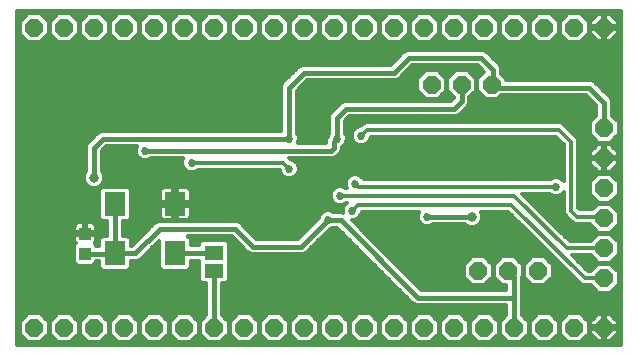
<source format=gbl>
G75*
G70*
%OFA0B0*%
%FSLAX24Y24*%
%IPPOS*%
%LPD*%
%AMOC8*
5,1,8,0,0,1.08239X$1,22.5*
%
%ADD10OC8,0.0600*%
%ADD11R,0.0709X0.0787*%
%ADD12R,0.0630X0.0460*%
%ADD13R,0.0394X0.0433*%
%ADD14C,0.0120*%
%ADD15C,0.0270*%
%ADD16C,0.0160*%
%ADD17C,0.0320*%
D10*
X003671Y001161D03*
X004671Y001161D03*
X005671Y001161D03*
X006671Y001161D03*
X007671Y001161D03*
X008671Y001161D03*
X009671Y001161D03*
X010671Y001161D03*
X011671Y001161D03*
X012671Y001161D03*
X013671Y001161D03*
X014671Y001161D03*
X015671Y001161D03*
X016671Y001161D03*
X017671Y001161D03*
X018671Y001161D03*
X019671Y001161D03*
X020671Y001161D03*
X021671Y001161D03*
X022671Y001161D03*
X022671Y002811D03*
X022671Y003811D03*
X022671Y004811D03*
X022671Y005811D03*
X022671Y006811D03*
X022671Y007811D03*
X018921Y009261D03*
X017921Y009261D03*
X016921Y009261D03*
X016671Y011161D03*
X015671Y011161D03*
X014671Y011161D03*
X013671Y011161D03*
X012671Y011161D03*
X011671Y011161D03*
X010671Y011161D03*
X009671Y011161D03*
X008671Y011161D03*
X007671Y011161D03*
X006671Y011161D03*
X005671Y011161D03*
X004671Y011161D03*
X003671Y011161D03*
X017671Y011161D03*
X018671Y011161D03*
X019671Y011161D03*
X020671Y011161D03*
X021671Y011161D03*
X022671Y011161D03*
X020471Y003061D03*
X019471Y003061D03*
X018471Y003061D03*
D11*
X008371Y003634D03*
X006371Y003634D03*
X006371Y005288D03*
X008371Y005288D03*
D12*
X009671Y003661D03*
X009671Y003061D03*
D13*
X005371Y003627D03*
X005371Y004296D03*
D14*
X003101Y000591D02*
X003101Y011731D01*
X023241Y011731D01*
X023241Y000591D01*
X003101Y000591D01*
X003101Y000635D02*
X023241Y000635D01*
X023241Y000754D02*
X022914Y000754D01*
X022861Y000701D02*
X023131Y000971D01*
X023131Y001121D01*
X022711Y001121D01*
X022711Y000701D01*
X022861Y000701D01*
X022711Y000754D02*
X022631Y000754D01*
X022631Y000701D02*
X022631Y001121D01*
X022711Y001121D01*
X022711Y001201D01*
X023131Y001201D01*
X023131Y001352D01*
X022861Y001621D01*
X022711Y001621D01*
X022711Y001201D01*
X022631Y001201D01*
X022631Y001121D01*
X022211Y001121D01*
X022211Y000971D01*
X022480Y000701D01*
X022631Y000701D01*
X022631Y000873D02*
X022711Y000873D01*
X022711Y000991D02*
X022631Y000991D01*
X022631Y001110D02*
X022711Y001110D01*
X022711Y001228D02*
X022631Y001228D01*
X022631Y001201D02*
X022631Y001621D01*
X022480Y001621D01*
X022211Y001352D01*
X022211Y001201D01*
X022631Y001201D01*
X022631Y001347D02*
X022711Y001347D01*
X022711Y001465D02*
X022631Y001465D01*
X022631Y001584D02*
X022711Y001584D01*
X022899Y001584D02*
X023241Y001584D01*
X023241Y001702D02*
X019931Y001702D01*
X019931Y001584D02*
X020415Y001584D01*
X020472Y001641D02*
X020191Y001360D01*
X020191Y000962D01*
X020472Y000681D01*
X020870Y000681D01*
X021151Y000962D01*
X021151Y001360D01*
X020870Y001641D01*
X020472Y001641D01*
X020296Y001465D02*
X020046Y001465D01*
X020151Y001360D02*
X019931Y001580D01*
X019931Y002110D01*
X019931Y002213D01*
X019931Y002810D01*
X019931Y002842D01*
X019951Y002862D01*
X019951Y003260D01*
X019670Y003541D01*
X019272Y003541D01*
X018991Y003260D01*
X018991Y002862D01*
X019272Y002581D01*
X019411Y002581D01*
X019411Y002421D01*
X016579Y002421D01*
X014253Y004746D01*
X014334Y004746D01*
X014449Y004794D01*
X014538Y004883D01*
X014586Y004999D01*
X014586Y005021D01*
X016496Y005021D01*
X016456Y004924D01*
X016456Y004799D01*
X016504Y004683D01*
X016592Y004594D01*
X016708Y004546D01*
X016834Y004546D01*
X016949Y004594D01*
X016956Y004601D01*
X018050Y004601D01*
X018078Y004573D01*
X018203Y004521D01*
X018339Y004521D01*
X018463Y004573D01*
X018559Y004669D01*
X018611Y004794D01*
X018611Y004929D01*
X018573Y005021D01*
X019471Y005021D01*
X021885Y002608D01*
X021973Y002571D01*
X022069Y002571D01*
X022232Y002571D01*
X022472Y002331D01*
X022870Y002331D01*
X023151Y002612D01*
X023151Y003010D01*
X022870Y003291D01*
X022472Y003291D01*
X022232Y003051D01*
X022120Y003051D01*
X021600Y003571D01*
X022232Y003571D01*
X022472Y003331D01*
X022870Y003331D01*
X023151Y003612D01*
X023151Y004010D01*
X022870Y004291D01*
X022472Y004291D01*
X022232Y004051D01*
X021520Y004051D01*
X019950Y005621D01*
X020865Y005621D01*
X020892Y005594D01*
X021008Y005546D01*
X021134Y005546D01*
X021249Y005594D01*
X021331Y005676D01*
X021331Y005109D01*
X021331Y005014D01*
X021367Y004925D01*
X021567Y004725D01*
X021635Y004658D01*
X021723Y004621D01*
X022191Y004621D01*
X022191Y004612D01*
X022472Y004331D01*
X022870Y004331D01*
X023151Y004612D01*
X023151Y005010D01*
X022870Y005291D01*
X022472Y005291D01*
X022282Y005101D01*
X021870Y005101D01*
X021811Y005161D01*
X021811Y007409D01*
X021774Y007497D01*
X021707Y007565D01*
X021307Y007965D01*
X021219Y008001D01*
X021123Y008001D01*
X014819Y008001D01*
X014723Y008001D01*
X014635Y007965D01*
X014546Y007876D01*
X014508Y007876D01*
X014392Y007828D01*
X014304Y007740D01*
X014256Y007624D01*
X014256Y007499D01*
X014304Y007383D01*
X014392Y007294D01*
X014508Y007246D01*
X014634Y007246D01*
X014749Y007294D01*
X014838Y007383D01*
X014886Y007499D01*
X014886Y007521D01*
X021071Y007521D01*
X021331Y007262D01*
X021331Y006047D01*
X021249Y006128D01*
X021134Y006176D01*
X021008Y006176D01*
X020892Y006128D01*
X020865Y006101D01*
X014654Y006101D01*
X014638Y006140D01*
X014549Y006228D01*
X014434Y006276D01*
X014308Y006276D01*
X014192Y006228D01*
X014104Y006140D01*
X014056Y006024D01*
X014056Y005899D01*
X014096Y005801D01*
X014076Y005801D01*
X014049Y005828D01*
X013934Y005876D01*
X013808Y005876D01*
X013692Y005828D01*
X013604Y005740D01*
X013556Y005624D01*
X013556Y005499D01*
X013604Y005383D01*
X013692Y005294D01*
X013808Y005246D01*
X013934Y005246D01*
X014049Y005294D01*
X014076Y005321D01*
X014085Y005321D01*
X014004Y005240D01*
X013956Y005124D01*
X013956Y004999D01*
X013938Y005006D01*
X013834Y005006D01*
X013671Y005006D01*
X013649Y005028D01*
X013534Y005076D01*
X013408Y005076D01*
X013292Y005028D01*
X013204Y004940D01*
X013156Y004824D01*
X013156Y004814D01*
X012463Y004121D01*
X011079Y004121D01*
X010518Y004682D01*
X010423Y004721D01*
X010319Y004721D01*
X007819Y004721D01*
X007724Y004682D01*
X007650Y004609D01*
X006936Y003894D01*
X006905Y003894D01*
X006905Y004103D01*
X006800Y004208D01*
X006631Y004208D01*
X006631Y004714D01*
X006800Y004714D01*
X006905Y004820D01*
X006905Y005756D01*
X006800Y005862D01*
X005942Y005862D01*
X005837Y005756D01*
X005837Y004820D01*
X005942Y004714D01*
X006111Y004714D01*
X006111Y004208D01*
X005942Y004208D01*
X005837Y004103D01*
X005837Y003887D01*
X005748Y003887D01*
X005748Y003918D01*
X005690Y003975D01*
X005696Y003981D01*
X005717Y004018D01*
X005728Y004058D01*
X005728Y004257D01*
X005410Y004257D01*
X005410Y004334D01*
X005728Y004334D01*
X005728Y004534D01*
X005717Y004574D01*
X005696Y004611D01*
X005666Y004640D01*
X005629Y004661D01*
X005589Y004672D01*
X005409Y004672D01*
X005409Y004335D01*
X005332Y004335D01*
X005332Y004672D01*
X005153Y004672D01*
X005112Y004661D01*
X005076Y004640D01*
X005046Y004611D01*
X005025Y004574D01*
X005014Y004534D01*
X005014Y004334D01*
X005332Y004334D01*
X005332Y004257D01*
X005014Y004257D01*
X005014Y004058D01*
X005025Y004018D01*
X005046Y003981D01*
X005052Y003975D01*
X004994Y003918D01*
X004994Y003336D01*
X005099Y003230D01*
X005642Y003230D01*
X005748Y003336D01*
X005748Y003367D01*
X005837Y003367D01*
X005837Y003166D01*
X005942Y003061D01*
X006800Y003061D01*
X006905Y003166D01*
X006905Y003374D01*
X006992Y003374D01*
X007096Y003374D01*
X007191Y003414D01*
X007837Y004059D01*
X007837Y003166D01*
X007942Y003061D01*
X008800Y003061D01*
X008905Y003166D01*
X008905Y003385D01*
X009176Y003391D01*
X009176Y003366D01*
X009176Y002757D01*
X009281Y002651D01*
X009411Y002651D01*
X009411Y001580D01*
X009191Y001360D01*
X009191Y000962D01*
X009472Y000681D01*
X009870Y000681D01*
X010151Y000962D01*
X010151Y001360D01*
X009931Y001580D01*
X009931Y002651D01*
X015614Y002651D01*
X015495Y002769D02*
X010166Y002769D01*
X010166Y002757D02*
X010166Y003366D01*
X010166Y003966D01*
X010060Y004071D01*
X009281Y004071D01*
X009176Y003966D01*
X009176Y003911D01*
X008905Y003906D01*
X008905Y004103D01*
X008807Y004201D01*
X010263Y004201D01*
X010750Y003714D01*
X010824Y003641D01*
X010919Y003601D01*
X012519Y003601D01*
X012623Y003601D01*
X012718Y003641D01*
X013524Y004446D01*
X013534Y004446D01*
X013630Y004486D01*
X013778Y004486D01*
X016250Y002014D01*
X016324Y001941D01*
X016419Y001901D01*
X019411Y001901D01*
X019411Y001580D01*
X019191Y001360D01*
X019191Y000962D01*
X019472Y000681D01*
X019870Y000681D01*
X020151Y000962D01*
X020151Y001360D01*
X020151Y001347D02*
X020191Y001347D01*
X020191Y001228D02*
X020151Y001228D01*
X020151Y001110D02*
X020191Y001110D01*
X020191Y000991D02*
X020151Y000991D01*
X020061Y000873D02*
X020281Y000873D01*
X020399Y000754D02*
X019942Y000754D01*
X019399Y000754D02*
X018942Y000754D01*
X018870Y000681D02*
X019151Y000962D01*
X019151Y001360D01*
X018870Y001641D01*
X018472Y001641D01*
X018191Y001360D01*
X018191Y000962D01*
X018472Y000681D01*
X018870Y000681D01*
X019061Y000873D02*
X019281Y000873D01*
X019191Y000991D02*
X019151Y000991D01*
X019151Y001110D02*
X019191Y001110D01*
X019191Y001228D02*
X019151Y001228D01*
X019151Y001347D02*
X019191Y001347D01*
X019296Y001465D02*
X019046Y001465D01*
X018927Y001584D02*
X019411Y001584D01*
X019411Y001702D02*
X009931Y001702D01*
X009931Y001584D02*
X010415Y001584D01*
X010472Y001641D02*
X010191Y001360D01*
X010191Y000962D01*
X010472Y000681D01*
X010870Y000681D01*
X011151Y000962D01*
X011151Y001360D01*
X010870Y001641D01*
X010472Y001641D01*
X010296Y001465D02*
X010046Y001465D01*
X010151Y001347D02*
X010191Y001347D01*
X010191Y001228D02*
X010151Y001228D01*
X010151Y001110D02*
X010191Y001110D01*
X010191Y000991D02*
X010151Y000991D01*
X010061Y000873D02*
X010281Y000873D01*
X010399Y000754D02*
X009942Y000754D01*
X009399Y000754D02*
X008942Y000754D01*
X008870Y000681D02*
X009151Y000962D01*
X009151Y001360D01*
X008870Y001641D01*
X008472Y001641D01*
X008191Y001360D01*
X008191Y000962D01*
X008472Y000681D01*
X008870Y000681D01*
X009061Y000873D02*
X009281Y000873D01*
X009191Y000991D02*
X009151Y000991D01*
X009151Y001110D02*
X009191Y001110D01*
X009191Y001228D02*
X009151Y001228D01*
X009151Y001347D02*
X009191Y001347D01*
X009296Y001465D02*
X009046Y001465D01*
X008927Y001584D02*
X009411Y001584D01*
X009411Y001702D02*
X003101Y001702D01*
X003101Y001584D02*
X003415Y001584D01*
X003472Y001641D02*
X003191Y001360D01*
X003191Y000962D01*
X003472Y000681D01*
X003870Y000681D01*
X004151Y000962D01*
X004151Y001360D01*
X003870Y001641D01*
X003472Y001641D01*
X003296Y001465D02*
X003101Y001465D01*
X003101Y001347D02*
X003191Y001347D01*
X003191Y001228D02*
X003101Y001228D01*
X003101Y001110D02*
X003191Y001110D01*
X003191Y000991D02*
X003101Y000991D01*
X003101Y000873D02*
X003281Y000873D01*
X003399Y000754D02*
X003101Y000754D01*
X003942Y000754D02*
X004399Y000754D01*
X004472Y000681D02*
X004191Y000962D01*
X004191Y001360D01*
X004472Y001641D01*
X004870Y001641D01*
X005151Y001360D01*
X005151Y000962D01*
X004870Y000681D01*
X004472Y000681D01*
X004281Y000873D02*
X004061Y000873D01*
X004151Y000991D02*
X004191Y000991D01*
X004191Y001110D02*
X004151Y001110D01*
X004151Y001228D02*
X004191Y001228D01*
X004191Y001347D02*
X004151Y001347D01*
X004046Y001465D02*
X004296Y001465D01*
X004415Y001584D02*
X003927Y001584D01*
X003101Y001821D02*
X009411Y001821D01*
X009411Y001939D02*
X003101Y001939D01*
X003101Y002058D02*
X009411Y002058D01*
X009411Y002176D02*
X003101Y002176D01*
X003101Y002295D02*
X009411Y002295D01*
X009411Y002414D02*
X003101Y002414D01*
X003101Y002532D02*
X009411Y002532D01*
X009411Y002651D02*
X003101Y002651D01*
X003101Y002769D02*
X009176Y002769D01*
X009176Y002888D02*
X003101Y002888D01*
X003101Y003006D02*
X009176Y003006D01*
X009176Y003125D02*
X008864Y003125D01*
X008905Y003243D02*
X009176Y003243D01*
X009176Y003362D02*
X008905Y003362D01*
X008905Y003955D02*
X009176Y003955D01*
X008905Y004073D02*
X010391Y004073D01*
X010273Y004192D02*
X008816Y004192D01*
X008746Y004734D02*
X008431Y004734D01*
X008431Y005228D01*
X008431Y005348D01*
X008885Y005348D01*
X008885Y005703D01*
X008874Y005743D01*
X008853Y005780D01*
X008823Y005810D01*
X008787Y005831D01*
X008746Y005842D01*
X008431Y005842D01*
X008431Y005348D01*
X008311Y005348D01*
X008311Y005842D01*
X007995Y005842D01*
X007955Y005831D01*
X007918Y005810D01*
X007889Y005780D01*
X007867Y005743D01*
X007857Y005703D01*
X007857Y005348D01*
X008311Y005348D01*
X008311Y005228D01*
X008431Y005228D01*
X008885Y005228D01*
X008885Y004873D01*
X008874Y004833D01*
X008853Y004796D01*
X008823Y004766D01*
X008787Y004745D01*
X008746Y004734D01*
X008842Y004784D02*
X013126Y004784D01*
X013189Y004903D02*
X008885Y004903D01*
X008885Y005022D02*
X013286Y005022D01*
X013656Y005022D02*
X013956Y005022D01*
X013963Y005140D02*
X008885Y005140D01*
X008885Y005377D02*
X013609Y005377D01*
X013557Y005496D02*
X008885Y005496D01*
X008885Y005614D02*
X013556Y005614D01*
X013601Y005733D02*
X008877Y005733D01*
X008431Y005733D02*
X008311Y005733D01*
X008311Y005614D02*
X008431Y005614D01*
X008431Y005496D02*
X008311Y005496D01*
X008311Y005377D02*
X008431Y005377D01*
X008431Y005259D02*
X013778Y005259D01*
X013963Y005259D02*
X014023Y005259D01*
X014271Y005061D02*
X014471Y005261D01*
X019571Y005261D01*
X022021Y002811D01*
X022671Y002811D01*
X023036Y003125D02*
X023241Y003125D01*
X023241Y003243D02*
X022917Y003243D01*
X022900Y003362D02*
X023241Y003362D01*
X023241Y003480D02*
X023019Y003480D01*
X023137Y003599D02*
X023241Y003599D01*
X023241Y003718D02*
X023151Y003718D01*
X023151Y003836D02*
X023241Y003836D01*
X023241Y003955D02*
X023151Y003955D01*
X023088Y004073D02*
X023241Y004073D01*
X023241Y004192D02*
X022969Y004192D01*
X023241Y004310D02*
X021261Y004310D01*
X021380Y004192D02*
X022373Y004192D01*
X022254Y004073D02*
X021498Y004073D01*
X021421Y003811D02*
X019671Y005561D01*
X013871Y005561D01*
X013994Y005851D02*
X014075Y005851D01*
X014056Y005970D02*
X005960Y005970D01*
X005959Y005969D02*
X006011Y006094D01*
X006011Y006229D01*
X005959Y006354D01*
X005931Y006382D01*
X005931Y007054D01*
X006079Y007201D01*
X007088Y007201D01*
X007056Y007124D01*
X007056Y006999D01*
X007104Y006883D01*
X007192Y006794D01*
X007308Y006746D01*
X007434Y006746D01*
X007549Y006794D01*
X007556Y006801D01*
X008638Y006801D01*
X008606Y006724D01*
X008606Y006599D01*
X008654Y006483D01*
X008742Y006394D01*
X008858Y006346D01*
X008984Y006346D01*
X009099Y006394D01*
X009126Y006421D01*
X011856Y006421D01*
X011856Y006399D01*
X011904Y006283D01*
X011992Y006194D01*
X012108Y006146D01*
X012234Y006146D01*
X012349Y006194D01*
X012438Y006283D01*
X012486Y006399D01*
X012486Y006524D01*
X012438Y006640D01*
X012349Y006728D01*
X012234Y006776D01*
X012195Y006776D01*
X012170Y006801D01*
X013519Y006801D01*
X013623Y006801D01*
X013718Y006841D01*
X013818Y006941D01*
X013891Y007014D01*
X013931Y007110D01*
X013931Y007187D01*
X013949Y007194D01*
X014038Y007283D01*
X014086Y007399D01*
X014086Y007524D01*
X014038Y007640D01*
X014031Y007647D01*
X014031Y008054D01*
X014179Y008201D01*
X017723Y008201D01*
X017818Y008241D01*
X017891Y008314D01*
X018141Y008564D01*
X018181Y008660D01*
X018181Y008763D01*
X018181Y008842D01*
X018401Y009062D01*
X018401Y009460D01*
X018120Y009741D01*
X017722Y009741D01*
X017441Y009460D01*
X017441Y009062D01*
X017661Y008842D01*
X017661Y008819D01*
X017563Y008721D01*
X014123Y008721D01*
X014019Y008721D01*
X013924Y008682D01*
X013624Y008382D01*
X013550Y008309D01*
X013511Y008213D01*
X013511Y007647D01*
X013504Y007640D01*
X013456Y007524D01*
X013456Y007514D01*
X013450Y007509D01*
X013411Y007413D01*
X013411Y007321D01*
X012454Y007321D01*
X012486Y007399D01*
X012486Y007524D01*
X012438Y007640D01*
X012431Y007647D01*
X012431Y009054D01*
X012779Y009401D01*
X015619Y009401D01*
X015723Y009401D01*
X015818Y009441D01*
X016279Y009901D01*
X018463Y009901D01*
X018673Y009692D01*
X018441Y009460D01*
X018441Y009062D01*
X018722Y008781D01*
X019120Y008781D01*
X019240Y008901D01*
X022063Y008901D01*
X022411Y008554D01*
X022411Y008230D01*
X022191Y008010D01*
X022191Y007612D01*
X022472Y007331D01*
X022870Y007331D01*
X023151Y007612D01*
X023151Y008010D01*
X022931Y008230D01*
X022931Y008610D01*
X022931Y008713D01*
X022891Y008809D01*
X022391Y009309D01*
X022318Y009382D01*
X022223Y009421D01*
X019401Y009421D01*
X019401Y009460D01*
X019231Y009630D01*
X019231Y009813D01*
X019191Y009909D01*
X019118Y009982D01*
X018718Y010382D01*
X018623Y010421D01*
X018519Y010421D01*
X016119Y010421D01*
X016024Y010382D01*
X015950Y010309D01*
X015563Y009921D01*
X012619Y009921D01*
X012524Y009882D01*
X003101Y009882D01*
X003101Y010000D02*
X015642Y010000D01*
X015761Y010119D02*
X003101Y010119D01*
X003101Y010237D02*
X015879Y010237D01*
X015998Y010356D02*
X003101Y010356D01*
X003101Y010475D02*
X023241Y010475D01*
X023241Y010593D02*
X003101Y010593D01*
X003101Y010712D02*
X003442Y010712D01*
X003472Y010681D02*
X003870Y010681D01*
X004151Y010962D01*
X004151Y011360D01*
X003870Y011641D01*
X003472Y011641D01*
X003191Y011360D01*
X003191Y010962D01*
X003472Y010681D01*
X003323Y010830D02*
X003101Y010830D01*
X003101Y010949D02*
X003205Y010949D01*
X003191Y011067D02*
X003101Y011067D01*
X003101Y011186D02*
X003191Y011186D01*
X003191Y011304D02*
X003101Y011304D01*
X003101Y011423D02*
X003254Y011423D01*
X003372Y011541D02*
X003101Y011541D01*
X003101Y011660D02*
X023241Y011660D01*
X023241Y011541D02*
X022941Y011541D01*
X022861Y011621D02*
X022711Y011621D01*
X022711Y011201D01*
X023131Y011201D01*
X023131Y011352D01*
X022861Y011621D01*
X022711Y011541D02*
X022631Y011541D01*
X022631Y011621D02*
X022480Y011621D01*
X022211Y011352D01*
X022211Y011201D01*
X022631Y011201D01*
X022631Y011121D01*
X022711Y011121D01*
X022711Y010701D01*
X022861Y010701D01*
X023131Y010971D01*
X023131Y011121D01*
X022711Y011121D01*
X022711Y011201D01*
X022631Y011201D01*
X022631Y011621D01*
X022401Y011541D02*
X021969Y011541D01*
X021870Y011641D02*
X021472Y011641D01*
X021191Y011360D01*
X021191Y010962D01*
X021472Y010681D01*
X021870Y010681D01*
X022151Y010962D01*
X022151Y011360D01*
X021870Y011641D01*
X022088Y011423D02*
X022282Y011423D01*
X022211Y011304D02*
X022151Y011304D01*
X022151Y011186D02*
X022631Y011186D01*
X022631Y011121D02*
X022211Y011121D01*
X022211Y010971D01*
X022480Y010701D01*
X022631Y010701D01*
X022631Y011121D01*
X022631Y011067D02*
X022711Y011067D01*
X022711Y010949D02*
X022631Y010949D01*
X022631Y010830D02*
X022711Y010830D01*
X022711Y010712D02*
X022631Y010712D01*
X022470Y010712D02*
X021900Y010712D01*
X022019Y010830D02*
X022351Y010830D01*
X022233Y010949D02*
X022137Y010949D01*
X022151Y011067D02*
X022211Y011067D01*
X022631Y011304D02*
X022711Y011304D01*
X022711Y011186D02*
X023241Y011186D01*
X023241Y011304D02*
X023131Y011304D01*
X023060Y011423D02*
X023241Y011423D01*
X023241Y011067D02*
X023131Y011067D01*
X023109Y010949D02*
X023241Y010949D01*
X023241Y010830D02*
X022990Y010830D01*
X022872Y010712D02*
X023241Y010712D01*
X023241Y010356D02*
X018744Y010356D01*
X018862Y010237D02*
X023241Y010237D01*
X023241Y010119D02*
X018981Y010119D01*
X019099Y010000D02*
X023241Y010000D01*
X023241Y009882D02*
X019202Y009882D01*
X019231Y009763D02*
X023241Y009763D01*
X023241Y009645D02*
X019231Y009645D01*
X019335Y009526D02*
X023241Y009526D01*
X023241Y009408D02*
X022255Y009408D01*
X022411Y009289D02*
X023241Y009289D01*
X023241Y009171D02*
X022529Y009171D01*
X022648Y009052D02*
X023241Y009052D01*
X023241Y008933D02*
X022766Y008933D01*
X022885Y008815D02*
X023241Y008815D01*
X023241Y008696D02*
X022931Y008696D01*
X022931Y008578D02*
X023241Y008578D01*
X023241Y008459D02*
X022931Y008459D01*
X022931Y008341D02*
X023241Y008341D01*
X023241Y008222D02*
X022939Y008222D01*
X023057Y008104D02*
X023241Y008104D01*
X023241Y007985D02*
X023151Y007985D01*
X023151Y007867D02*
X023241Y007867D01*
X023241Y007748D02*
X023151Y007748D01*
X023151Y007629D02*
X023241Y007629D01*
X023241Y007511D02*
X023049Y007511D01*
X022931Y007392D02*
X023241Y007392D01*
X023241Y007274D02*
X021811Y007274D01*
X021811Y007392D02*
X022411Y007392D01*
X022480Y007271D02*
X022211Y007002D01*
X022211Y006851D01*
X022631Y006851D01*
X022631Y006771D01*
X022711Y006771D01*
X022711Y006351D01*
X022861Y006351D01*
X023131Y006621D01*
X023131Y006771D01*
X022711Y006771D01*
X022711Y006851D01*
X023131Y006851D01*
X023131Y007002D01*
X022861Y007271D01*
X022711Y007271D01*
X022711Y006851D01*
X022631Y006851D01*
X022631Y007271D01*
X022480Y007271D01*
X022364Y007155D02*
X021811Y007155D01*
X021811Y007037D02*
X022246Y007037D01*
X022211Y006918D02*
X021811Y006918D01*
X021811Y006800D02*
X022631Y006800D01*
X022631Y006771D02*
X022211Y006771D01*
X022211Y006621D01*
X022480Y006351D01*
X022631Y006351D01*
X022631Y006771D01*
X022711Y006800D02*
X023241Y006800D01*
X023241Y006918D02*
X023131Y006918D01*
X023096Y007037D02*
X023241Y007037D01*
X023241Y007155D02*
X022977Y007155D01*
X022711Y007155D02*
X022631Y007155D01*
X022631Y007037D02*
X022711Y007037D01*
X022711Y006918D02*
X022631Y006918D01*
X022631Y006681D02*
X022711Y006681D01*
X022711Y006563D02*
X022631Y006563D01*
X022631Y006444D02*
X022711Y006444D01*
X022954Y006444D02*
X023241Y006444D01*
X023241Y006326D02*
X021811Y006326D01*
X021811Y006444D02*
X022388Y006444D01*
X022269Y006563D02*
X021811Y006563D01*
X021811Y006681D02*
X022211Y006681D01*
X022472Y006291D02*
X022191Y006010D01*
X022191Y005612D01*
X022472Y005331D01*
X022870Y005331D01*
X023151Y005612D01*
X023151Y006010D01*
X022870Y006291D01*
X022472Y006291D01*
X022388Y006207D02*
X021811Y006207D01*
X021811Y006088D02*
X022269Y006088D01*
X022191Y005970D02*
X021811Y005970D01*
X021811Y005851D02*
X022191Y005851D01*
X022191Y005733D02*
X021811Y005733D01*
X021811Y005614D02*
X022191Y005614D01*
X022308Y005496D02*
X021811Y005496D01*
X021811Y005377D02*
X022426Y005377D01*
X022439Y005259D02*
X021811Y005259D01*
X021831Y005140D02*
X022321Y005140D01*
X022621Y004861D02*
X021771Y004861D01*
X021571Y005061D01*
X021571Y007361D01*
X021171Y007761D01*
X014771Y007761D01*
X014571Y007561D01*
X014886Y007511D02*
X021082Y007511D01*
X021200Y007392D02*
X014842Y007392D01*
X014700Y007274D02*
X021319Y007274D01*
X021331Y007155D02*
X013931Y007155D01*
X013901Y007037D02*
X021331Y007037D01*
X021331Y006918D02*
X013796Y006918D01*
X014029Y007274D02*
X014442Y007274D01*
X014300Y007392D02*
X014083Y007392D01*
X014086Y007511D02*
X014256Y007511D01*
X014258Y007629D02*
X014042Y007629D01*
X014031Y007748D02*
X014312Y007748D01*
X014485Y007867D02*
X014031Y007867D01*
X014031Y007985D02*
X014684Y007985D01*
X014081Y008104D02*
X022284Y008104D01*
X022191Y007985D02*
X021257Y007985D01*
X021405Y007867D02*
X022191Y007867D01*
X022191Y007748D02*
X021523Y007748D01*
X021642Y007629D02*
X022191Y007629D01*
X022292Y007511D02*
X021761Y007511D01*
X021331Y006800D02*
X012172Y006800D01*
X011971Y006661D02*
X012171Y006461D01*
X011971Y006661D02*
X008921Y006661D01*
X008693Y006444D02*
X005931Y006444D01*
X005931Y006563D02*
X008621Y006563D01*
X008606Y006681D02*
X005931Y006681D01*
X005931Y006800D02*
X007187Y006800D01*
X007089Y006918D02*
X005931Y006918D01*
X005931Y007037D02*
X007056Y007037D01*
X007069Y007155D02*
X006033Y007155D01*
X005653Y007511D02*
X003101Y007511D01*
X003101Y007629D02*
X005771Y007629D01*
X005750Y007609D02*
X005750Y007608D01*
X005524Y007382D01*
X005524Y007382D01*
X005450Y007309D01*
X005411Y007213D01*
X005411Y006382D01*
X005383Y006354D01*
X005331Y006229D01*
X005331Y006094D01*
X005383Y005969D01*
X005478Y005873D01*
X005603Y005821D01*
X005739Y005821D01*
X005863Y005873D01*
X005959Y005969D01*
X005932Y005851D02*
X005811Y005851D01*
X005837Y005733D02*
X003101Y005733D01*
X003101Y005851D02*
X005531Y005851D01*
X005382Y005970D02*
X003101Y005970D01*
X003101Y006088D02*
X005333Y006088D01*
X005331Y006207D02*
X003101Y006207D01*
X003101Y006326D02*
X005371Y006326D01*
X005411Y006444D02*
X003101Y006444D01*
X003101Y006563D02*
X005411Y006563D01*
X005411Y006681D02*
X003101Y006681D01*
X003101Y006800D02*
X005411Y006800D01*
X005411Y006918D02*
X003101Y006918D01*
X003101Y007037D02*
X005411Y007037D01*
X005411Y007155D02*
X003101Y007155D01*
X003101Y007274D02*
X005436Y007274D01*
X005534Y007392D02*
X003101Y007392D01*
X003101Y007748D02*
X011911Y007748D01*
X011911Y007721D02*
X005919Y007721D01*
X005824Y007682D01*
X005750Y007609D01*
X007555Y006800D02*
X008637Y006800D01*
X007865Y005733D02*
X006905Y005733D01*
X006905Y005614D02*
X007857Y005614D01*
X007857Y005496D02*
X006905Y005496D01*
X006905Y005377D02*
X007857Y005377D01*
X007857Y005228D02*
X007857Y004873D01*
X007867Y004833D01*
X007889Y004796D01*
X007918Y004766D01*
X007955Y004745D01*
X007995Y004734D01*
X008311Y004734D01*
X008311Y005228D01*
X007857Y005228D01*
X007857Y005140D02*
X006905Y005140D01*
X006905Y005022D02*
X007857Y005022D01*
X007857Y004903D02*
X006905Y004903D01*
X006870Y004784D02*
X007900Y004784D01*
X007708Y004666D02*
X006631Y004666D01*
X006631Y004547D02*
X007589Y004547D01*
X007471Y004429D02*
X006631Y004429D01*
X006631Y004310D02*
X007352Y004310D01*
X007234Y004192D02*
X006816Y004192D01*
X006905Y004073D02*
X007115Y004073D01*
X006997Y003955D02*
X006905Y003955D01*
X007376Y003599D02*
X007837Y003599D01*
X007837Y003718D02*
X007495Y003718D01*
X007613Y003836D02*
X007837Y003836D01*
X007837Y003955D02*
X007732Y003955D01*
X007837Y003480D02*
X007258Y003480D01*
X006905Y003362D02*
X007837Y003362D01*
X007837Y003243D02*
X006905Y003243D01*
X006864Y003125D02*
X007878Y003125D01*
X009931Y002651D02*
X010060Y002651D01*
X010166Y002757D01*
X010166Y002888D02*
X015377Y002888D01*
X015258Y003006D02*
X010166Y003006D01*
X010166Y003125D02*
X015140Y003125D01*
X015021Y003243D02*
X010166Y003243D01*
X010166Y003362D02*
X014902Y003362D01*
X014784Y003480D02*
X010166Y003480D01*
X010166Y003599D02*
X014665Y003599D01*
X014547Y003718D02*
X012795Y003718D01*
X012913Y003836D02*
X014428Y003836D01*
X014310Y003955D02*
X013032Y003955D01*
X013150Y004073D02*
X014191Y004073D01*
X014073Y004192D02*
X013269Y004192D01*
X013388Y004310D02*
X013954Y004310D01*
X013836Y004429D02*
X013506Y004429D01*
X013008Y004666D02*
X010534Y004666D01*
X010652Y004547D02*
X012889Y004547D01*
X012771Y004429D02*
X010771Y004429D01*
X010889Y004310D02*
X012652Y004310D01*
X012534Y004192D02*
X011008Y004192D01*
X010628Y003836D02*
X010166Y003836D01*
X010166Y003718D02*
X010747Y003718D01*
X010510Y003955D02*
X010166Y003955D01*
X008431Y004784D02*
X008311Y004784D01*
X008311Y004903D02*
X008431Y004903D01*
X008431Y005022D02*
X008311Y005022D01*
X008311Y005140D02*
X008431Y005140D01*
X008311Y005259D02*
X006905Y005259D01*
X006810Y005851D02*
X013748Y005851D01*
X014083Y006088D02*
X006009Y006088D01*
X006011Y006207D02*
X011980Y006207D01*
X011886Y006326D02*
X005971Y006326D01*
X005837Y005614D02*
X003101Y005614D01*
X003101Y005496D02*
X005837Y005496D01*
X005837Y005377D02*
X003101Y005377D01*
X003101Y005259D02*
X005837Y005259D01*
X005837Y005140D02*
X003101Y005140D01*
X003101Y005022D02*
X005837Y005022D01*
X005837Y004903D02*
X003101Y004903D01*
X003101Y004784D02*
X005872Y004784D01*
X006111Y004666D02*
X005613Y004666D01*
X005724Y004547D02*
X006111Y004547D01*
X006111Y004429D02*
X005728Y004429D01*
X005410Y004310D02*
X006111Y004310D01*
X005926Y004192D02*
X005728Y004192D01*
X005728Y004073D02*
X005837Y004073D01*
X005837Y003955D02*
X005711Y003955D01*
X005332Y004310D02*
X003101Y004310D01*
X003101Y004192D02*
X005014Y004192D01*
X005014Y004073D02*
X003101Y004073D01*
X003101Y003955D02*
X005031Y003955D01*
X004994Y003836D02*
X003101Y003836D01*
X003101Y003718D02*
X004994Y003718D01*
X004994Y003599D02*
X003101Y003599D01*
X003101Y003480D02*
X004994Y003480D01*
X004994Y003362D02*
X003101Y003362D01*
X003101Y003243D02*
X005086Y003243D01*
X005656Y003243D02*
X005837Y003243D01*
X005837Y003362D02*
X005748Y003362D01*
X005878Y003125D02*
X003101Y003125D01*
X003101Y004429D02*
X005014Y004429D01*
X005018Y004547D02*
X003101Y004547D01*
X003101Y004666D02*
X005129Y004666D01*
X005332Y004666D02*
X005409Y004666D01*
X005409Y004547D02*
X005332Y004547D01*
X005332Y004429D02*
X005409Y004429D01*
X009931Y002532D02*
X015732Y002532D01*
X015851Y002414D02*
X009931Y002414D01*
X009931Y002295D02*
X015969Y002295D01*
X016088Y002176D02*
X009931Y002176D01*
X009931Y002058D02*
X016206Y002058D01*
X016327Y001939D02*
X009931Y001939D01*
X009931Y001821D02*
X019411Y001821D01*
X019931Y001821D02*
X023241Y001821D01*
X023241Y001939D02*
X019931Y001939D01*
X019931Y002058D02*
X023241Y002058D01*
X023241Y002176D02*
X019931Y002176D01*
X019931Y002295D02*
X023241Y002295D01*
X023241Y002414D02*
X022952Y002414D01*
X023071Y002532D02*
X023241Y002532D01*
X023241Y002651D02*
X023151Y002651D01*
X023151Y002769D02*
X023241Y002769D01*
X023241Y002888D02*
X023151Y002888D01*
X023151Y003006D02*
X023241Y003006D01*
X022424Y003243D02*
X021928Y003243D01*
X022047Y003125D02*
X022306Y003125D01*
X022441Y003362D02*
X021810Y003362D01*
X021691Y003480D02*
X022323Y003480D01*
X022671Y003811D02*
X021421Y003811D01*
X020894Y003599D02*
X015401Y003599D01*
X015519Y003480D02*
X018211Y003480D01*
X018272Y003541D02*
X017991Y003260D01*
X017991Y002862D01*
X018272Y002581D01*
X018670Y002581D01*
X018951Y002862D01*
X018951Y003260D01*
X018670Y003541D01*
X018272Y003541D01*
X018093Y003362D02*
X015638Y003362D01*
X015756Y003243D02*
X017991Y003243D01*
X017991Y003125D02*
X015875Y003125D01*
X015993Y003006D02*
X017991Y003006D01*
X017991Y002888D02*
X016112Y002888D01*
X016231Y002769D02*
X018084Y002769D01*
X018203Y002651D02*
X016349Y002651D01*
X016468Y002532D02*
X019411Y002532D01*
X019203Y002651D02*
X018739Y002651D01*
X018858Y002769D02*
X019084Y002769D01*
X018991Y002888D02*
X018951Y002888D01*
X018951Y003006D02*
X018991Y003006D01*
X018991Y003125D02*
X018951Y003125D01*
X018951Y003243D02*
X018991Y003243D01*
X019093Y003362D02*
X018849Y003362D01*
X018730Y003480D02*
X019211Y003480D01*
X019730Y003480D02*
X020211Y003480D01*
X020272Y003541D02*
X019991Y003260D01*
X019991Y002862D01*
X020272Y002581D01*
X020670Y002581D01*
X020951Y002862D01*
X020951Y003260D01*
X020670Y003541D01*
X020272Y003541D01*
X020093Y003362D02*
X019849Y003362D01*
X019951Y003243D02*
X019991Y003243D01*
X019991Y003125D02*
X019951Y003125D01*
X019951Y003006D02*
X019991Y003006D01*
X019991Y002888D02*
X019951Y002888D01*
X019931Y002769D02*
X020084Y002769D01*
X020203Y002651D02*
X019931Y002651D01*
X019931Y002532D02*
X022271Y002532D01*
X022390Y002414D02*
X019931Y002414D01*
X020739Y002651D02*
X021842Y002651D01*
X021723Y002769D02*
X020858Y002769D01*
X020951Y002888D02*
X021605Y002888D01*
X021486Y003006D02*
X020951Y003006D01*
X020951Y003125D02*
X021368Y003125D01*
X021249Y003243D02*
X020951Y003243D01*
X020849Y003362D02*
X021131Y003362D01*
X021012Y003480D02*
X020730Y003480D01*
X020775Y003718D02*
X015282Y003718D01*
X015164Y003836D02*
X020657Y003836D01*
X020538Y003955D02*
X015045Y003955D01*
X014927Y004073D02*
X020419Y004073D01*
X020301Y004192D02*
X014808Y004192D01*
X014689Y004310D02*
X020182Y004310D01*
X020064Y004429D02*
X014571Y004429D01*
X014452Y004547D02*
X016706Y004547D01*
X016836Y004547D02*
X018140Y004547D01*
X018401Y004547D02*
X019945Y004547D01*
X019827Y004666D02*
X018556Y004666D01*
X018607Y004784D02*
X019708Y004784D01*
X019590Y004903D02*
X018611Y004903D01*
X019957Y005614D02*
X020872Y005614D01*
X021071Y005861D02*
X014471Y005861D01*
X014371Y005961D01*
X014421Y005911D01*
X014571Y006207D02*
X021331Y006207D01*
X021331Y006326D02*
X012456Y006326D01*
X012486Y006444D02*
X021331Y006444D01*
X021331Y006563D02*
X012470Y006563D01*
X012396Y006681D02*
X021331Y006681D01*
X021331Y006088D02*
X021289Y006088D01*
X021269Y005614D02*
X021331Y005614D01*
X021331Y005496D02*
X020076Y005496D01*
X020194Y005377D02*
X021331Y005377D01*
X021331Y005259D02*
X020313Y005259D01*
X020431Y005140D02*
X021331Y005140D01*
X021331Y005022D02*
X020550Y005022D01*
X020669Y004903D02*
X021390Y004903D01*
X021508Y004784D02*
X020787Y004784D01*
X020906Y004666D02*
X021627Y004666D01*
X021143Y004429D02*
X022374Y004429D01*
X022256Y004547D02*
X021024Y004547D01*
X022621Y004861D02*
X022671Y004811D01*
X023021Y005140D02*
X023241Y005140D01*
X023241Y005022D02*
X023139Y005022D01*
X023151Y004903D02*
X023241Y004903D01*
X023241Y004784D02*
X023151Y004784D01*
X023151Y004666D02*
X023241Y004666D01*
X023241Y004547D02*
X023086Y004547D01*
X022967Y004429D02*
X023241Y004429D01*
X023241Y005259D02*
X022902Y005259D01*
X022916Y005377D02*
X023241Y005377D01*
X023241Y005496D02*
X023034Y005496D01*
X023151Y005614D02*
X023241Y005614D01*
X023241Y005733D02*
X023151Y005733D01*
X023151Y005851D02*
X023241Y005851D01*
X023241Y005970D02*
X023151Y005970D01*
X023072Y006088D02*
X023241Y006088D01*
X023241Y006207D02*
X022954Y006207D01*
X023073Y006563D02*
X023241Y006563D01*
X023241Y006681D02*
X023131Y006681D01*
X022403Y008222D02*
X017773Y008222D01*
X017891Y008314D02*
X017891Y008314D01*
X017918Y008341D02*
X022411Y008341D01*
X022411Y008459D02*
X018037Y008459D01*
X018147Y008578D02*
X022387Y008578D01*
X022268Y008696D02*
X018181Y008696D01*
X018181Y008815D02*
X018688Y008815D01*
X018570Y008933D02*
X018272Y008933D01*
X018390Y009052D02*
X018451Y009052D01*
X018441Y009171D02*
X018401Y009171D01*
X018401Y009289D02*
X018441Y009289D01*
X018441Y009408D02*
X018401Y009408D01*
X018335Y009526D02*
X018507Y009526D01*
X018626Y009645D02*
X018216Y009645D01*
X018483Y009882D02*
X016259Y009882D01*
X016141Y009763D02*
X018601Y009763D01*
X017626Y009645D02*
X017216Y009645D01*
X017120Y009741D02*
X016722Y009741D01*
X016441Y009460D01*
X016441Y009062D01*
X016722Y008781D01*
X017120Y008781D01*
X017401Y009062D01*
X017401Y009460D01*
X017120Y009741D01*
X017335Y009526D02*
X017507Y009526D01*
X017441Y009408D02*
X017401Y009408D01*
X017401Y009289D02*
X017441Y009289D01*
X017441Y009171D02*
X017401Y009171D01*
X017390Y009052D02*
X017451Y009052D01*
X017570Y008933D02*
X017272Y008933D01*
X017153Y008815D02*
X017657Y008815D01*
X016688Y008815D02*
X012431Y008815D01*
X012431Y008933D02*
X016570Y008933D01*
X016451Y009052D02*
X012431Y009052D01*
X012548Y009171D02*
X016441Y009171D01*
X016441Y009289D02*
X012666Y009289D01*
X012287Y009645D02*
X003101Y009645D01*
X003101Y009763D02*
X012405Y009763D01*
X012450Y009809D02*
X011950Y009309D01*
X011911Y009213D01*
X011911Y009110D01*
X011911Y007721D01*
X011911Y007867D02*
X003101Y007867D01*
X003101Y007985D02*
X011911Y007985D01*
X011911Y008104D02*
X003101Y008104D01*
X003101Y008222D02*
X011911Y008222D01*
X011911Y008341D02*
X003101Y008341D01*
X003101Y008459D02*
X011911Y008459D01*
X011911Y008578D02*
X003101Y008578D01*
X003101Y008696D02*
X011911Y008696D01*
X011911Y008815D02*
X003101Y008815D01*
X003101Y008933D02*
X011911Y008933D01*
X011911Y009052D02*
X003101Y009052D01*
X003101Y009171D02*
X011911Y009171D01*
X011942Y009289D02*
X003101Y009289D01*
X003101Y009408D02*
X012050Y009408D01*
X012168Y009526D02*
X003101Y009526D01*
X003900Y010712D02*
X004442Y010712D01*
X004472Y010681D02*
X004870Y010681D01*
X005151Y010962D01*
X005151Y011360D01*
X004870Y011641D01*
X004472Y011641D01*
X004191Y011360D01*
X004191Y010962D01*
X004472Y010681D01*
X004323Y010830D02*
X004019Y010830D01*
X004137Y010949D02*
X004205Y010949D01*
X004191Y011067D02*
X004151Y011067D01*
X004151Y011186D02*
X004191Y011186D01*
X004191Y011304D02*
X004151Y011304D01*
X004088Y011423D02*
X004254Y011423D01*
X004372Y011541D02*
X003969Y011541D01*
X004969Y011541D02*
X005372Y011541D01*
X005472Y011641D02*
X005191Y011360D01*
X005191Y010962D01*
X005472Y010681D01*
X005870Y010681D01*
X006151Y010962D01*
X006151Y011360D01*
X005870Y011641D01*
X005472Y011641D01*
X005254Y011423D02*
X005088Y011423D01*
X005151Y011304D02*
X005191Y011304D01*
X005191Y011186D02*
X005151Y011186D01*
X005151Y011067D02*
X005191Y011067D01*
X005205Y010949D02*
X005137Y010949D01*
X005019Y010830D02*
X005323Y010830D01*
X005442Y010712D02*
X004900Y010712D01*
X005900Y010712D02*
X006442Y010712D01*
X006472Y010681D02*
X006870Y010681D01*
X007151Y010962D01*
X007151Y011360D01*
X006870Y011641D01*
X006472Y011641D01*
X006191Y011360D01*
X006191Y010962D01*
X006472Y010681D01*
X006323Y010830D02*
X006019Y010830D01*
X006137Y010949D02*
X006205Y010949D01*
X006191Y011067D02*
X006151Y011067D01*
X006151Y011186D02*
X006191Y011186D01*
X006191Y011304D02*
X006151Y011304D01*
X006088Y011423D02*
X006254Y011423D01*
X006372Y011541D02*
X005969Y011541D01*
X006969Y011541D02*
X007372Y011541D01*
X007472Y011641D02*
X007191Y011360D01*
X007191Y010962D01*
X007472Y010681D01*
X007870Y010681D01*
X008151Y010962D01*
X008151Y011360D01*
X007870Y011641D01*
X007472Y011641D01*
X007254Y011423D02*
X007088Y011423D01*
X007151Y011304D02*
X007191Y011304D01*
X007191Y011186D02*
X007151Y011186D01*
X007151Y011067D02*
X007191Y011067D01*
X007205Y010949D02*
X007137Y010949D01*
X007019Y010830D02*
X007323Y010830D01*
X007442Y010712D02*
X006900Y010712D01*
X007900Y010712D02*
X008442Y010712D01*
X008472Y010681D02*
X008870Y010681D01*
X009151Y010962D01*
X009151Y011360D01*
X008870Y011641D01*
X008472Y011641D01*
X008191Y011360D01*
X008191Y010962D01*
X008472Y010681D01*
X008323Y010830D02*
X008019Y010830D01*
X008137Y010949D02*
X008205Y010949D01*
X008191Y011067D02*
X008151Y011067D01*
X008151Y011186D02*
X008191Y011186D01*
X008191Y011304D02*
X008151Y011304D01*
X008088Y011423D02*
X008254Y011423D01*
X008372Y011541D02*
X007969Y011541D01*
X008969Y011541D02*
X009372Y011541D01*
X009472Y011641D02*
X009191Y011360D01*
X009191Y010962D01*
X009472Y010681D01*
X009870Y010681D01*
X010151Y010962D01*
X010151Y011360D01*
X009870Y011641D01*
X009472Y011641D01*
X009254Y011423D02*
X009088Y011423D01*
X009151Y011304D02*
X009191Y011304D01*
X009191Y011186D02*
X009151Y011186D01*
X009151Y011067D02*
X009191Y011067D01*
X009205Y010949D02*
X009137Y010949D01*
X009019Y010830D02*
X009323Y010830D01*
X009442Y010712D02*
X008900Y010712D01*
X009900Y010712D02*
X010442Y010712D01*
X010472Y010681D02*
X010870Y010681D01*
X011151Y010962D01*
X011151Y011360D01*
X010870Y011641D01*
X010472Y011641D01*
X010191Y011360D01*
X010191Y010962D01*
X010472Y010681D01*
X010323Y010830D02*
X010019Y010830D01*
X010137Y010949D02*
X010205Y010949D01*
X010191Y011067D02*
X010151Y011067D01*
X010151Y011186D02*
X010191Y011186D01*
X010191Y011304D02*
X010151Y011304D01*
X010088Y011423D02*
X010254Y011423D01*
X010372Y011541D02*
X009969Y011541D01*
X010969Y011541D02*
X011372Y011541D01*
X011472Y011641D02*
X011191Y011360D01*
X011191Y010962D01*
X011472Y010681D01*
X011870Y010681D01*
X012151Y010962D01*
X012151Y011360D01*
X011870Y011641D01*
X011472Y011641D01*
X011254Y011423D02*
X011088Y011423D01*
X011151Y011304D02*
X011191Y011304D01*
X011191Y011186D02*
X011151Y011186D01*
X011151Y011067D02*
X011191Y011067D01*
X011205Y010949D02*
X011137Y010949D01*
X011019Y010830D02*
X011323Y010830D01*
X011442Y010712D02*
X010900Y010712D01*
X011900Y010712D02*
X012442Y010712D01*
X012472Y010681D02*
X012870Y010681D01*
X013151Y010962D01*
X013151Y011360D01*
X012870Y011641D01*
X012472Y011641D01*
X012191Y011360D01*
X012191Y010962D01*
X012472Y010681D01*
X012323Y010830D02*
X012019Y010830D01*
X012137Y010949D02*
X012205Y010949D01*
X012191Y011067D02*
X012151Y011067D01*
X012151Y011186D02*
X012191Y011186D01*
X012191Y011304D02*
X012151Y011304D01*
X012088Y011423D02*
X012254Y011423D01*
X012372Y011541D02*
X011969Y011541D01*
X012969Y011541D02*
X013372Y011541D01*
X013472Y011641D02*
X013191Y011360D01*
X013191Y010962D01*
X013472Y010681D01*
X013870Y010681D01*
X014151Y010962D01*
X014151Y011360D01*
X013870Y011641D01*
X013472Y011641D01*
X013254Y011423D02*
X013088Y011423D01*
X013151Y011304D02*
X013191Y011304D01*
X013191Y011186D02*
X013151Y011186D01*
X013151Y011067D02*
X013191Y011067D01*
X013205Y010949D02*
X013137Y010949D01*
X013019Y010830D02*
X013323Y010830D01*
X013442Y010712D02*
X012900Y010712D01*
X013900Y010712D02*
X014442Y010712D01*
X014472Y010681D02*
X014870Y010681D01*
X015151Y010962D01*
X015151Y011360D01*
X014870Y011641D01*
X014472Y011641D01*
X014191Y011360D01*
X014191Y010962D01*
X014472Y010681D01*
X014323Y010830D02*
X014019Y010830D01*
X014137Y010949D02*
X014205Y010949D01*
X014191Y011067D02*
X014151Y011067D01*
X014151Y011186D02*
X014191Y011186D01*
X014191Y011304D02*
X014151Y011304D01*
X014088Y011423D02*
X014254Y011423D01*
X014372Y011541D02*
X013969Y011541D01*
X014969Y011541D02*
X015372Y011541D01*
X015472Y011641D02*
X015191Y011360D01*
X015191Y010962D01*
X015472Y010681D01*
X015870Y010681D01*
X016151Y010962D01*
X016151Y011360D01*
X015870Y011641D01*
X015472Y011641D01*
X015254Y011423D02*
X015088Y011423D01*
X015151Y011304D02*
X015191Y011304D01*
X015191Y011186D02*
X015151Y011186D01*
X015151Y011067D02*
X015191Y011067D01*
X015205Y010949D02*
X015137Y010949D01*
X015019Y010830D02*
X015323Y010830D01*
X015442Y010712D02*
X014900Y010712D01*
X015900Y010712D02*
X016442Y010712D01*
X016472Y010681D02*
X016870Y010681D01*
X017151Y010962D01*
X017151Y011360D01*
X016870Y011641D01*
X016472Y011641D01*
X016191Y011360D01*
X016191Y010962D01*
X016472Y010681D01*
X016323Y010830D02*
X016019Y010830D01*
X016137Y010949D02*
X016205Y010949D01*
X016191Y011067D02*
X016151Y011067D01*
X016151Y011186D02*
X016191Y011186D01*
X016191Y011304D02*
X016151Y011304D01*
X016088Y011423D02*
X016254Y011423D01*
X016372Y011541D02*
X015969Y011541D01*
X016969Y011541D02*
X017372Y011541D01*
X017472Y011641D02*
X017191Y011360D01*
X017191Y010962D01*
X017472Y010681D01*
X017870Y010681D01*
X018151Y010962D01*
X018151Y011360D01*
X017870Y011641D01*
X017472Y011641D01*
X017254Y011423D02*
X017088Y011423D01*
X017151Y011304D02*
X017191Y011304D01*
X017191Y011186D02*
X017151Y011186D01*
X017151Y011067D02*
X017191Y011067D01*
X017205Y010949D02*
X017137Y010949D01*
X017019Y010830D02*
X017323Y010830D01*
X017442Y010712D02*
X016900Y010712D01*
X017900Y010712D02*
X018442Y010712D01*
X018472Y010681D02*
X018870Y010681D01*
X019151Y010962D01*
X019151Y011360D01*
X018870Y011641D01*
X018472Y011641D01*
X018191Y011360D01*
X018191Y010962D01*
X018472Y010681D01*
X018323Y010830D02*
X018019Y010830D01*
X018137Y010949D02*
X018205Y010949D01*
X018191Y011067D02*
X018151Y011067D01*
X018151Y011186D02*
X018191Y011186D01*
X018191Y011304D02*
X018151Y011304D01*
X018088Y011423D02*
X018254Y011423D01*
X018372Y011541D02*
X017969Y011541D01*
X018969Y011541D02*
X019372Y011541D01*
X019472Y011641D02*
X019191Y011360D01*
X019191Y010962D01*
X019472Y010681D01*
X019870Y010681D01*
X020151Y010962D01*
X020151Y011360D01*
X019870Y011641D01*
X019472Y011641D01*
X019254Y011423D02*
X019088Y011423D01*
X019151Y011304D02*
X019191Y011304D01*
X019191Y011186D02*
X019151Y011186D01*
X019151Y011067D02*
X019191Y011067D01*
X019205Y010949D02*
X019137Y010949D01*
X019019Y010830D02*
X019323Y010830D01*
X019442Y010712D02*
X018900Y010712D01*
X019900Y010712D02*
X020442Y010712D01*
X020472Y010681D02*
X020870Y010681D01*
X021151Y010962D01*
X021151Y011360D01*
X020870Y011641D01*
X020472Y011641D01*
X020191Y011360D01*
X020191Y010962D01*
X020472Y010681D01*
X020323Y010830D02*
X020019Y010830D01*
X020137Y010949D02*
X020205Y010949D01*
X020191Y011067D02*
X020151Y011067D01*
X020151Y011186D02*
X020191Y011186D01*
X020191Y011304D02*
X020151Y011304D01*
X020088Y011423D02*
X020254Y011423D01*
X020372Y011541D02*
X019969Y011541D01*
X020969Y011541D02*
X021372Y011541D01*
X021254Y011423D02*
X021088Y011423D01*
X021151Y011304D02*
X021191Y011304D01*
X021191Y011186D02*
X021151Y011186D01*
X021151Y011067D02*
X021191Y011067D01*
X021205Y010949D02*
X021137Y010949D01*
X021019Y010830D02*
X021323Y010830D01*
X021442Y010712D02*
X020900Y010712D01*
X022631Y011423D02*
X022711Y011423D01*
X022149Y008815D02*
X019153Y008815D01*
X016626Y009645D02*
X016022Y009645D01*
X015903Y009526D02*
X016507Y009526D01*
X016441Y009408D02*
X015738Y009408D01*
X013959Y008696D02*
X012431Y008696D01*
X012431Y008578D02*
X013820Y008578D01*
X013701Y008459D02*
X012431Y008459D01*
X012431Y008341D02*
X013583Y008341D01*
X013515Y008222D02*
X012431Y008222D01*
X012431Y008104D02*
X013511Y008104D01*
X013511Y007985D02*
X012431Y007985D01*
X012431Y007867D02*
X013511Y007867D01*
X013511Y007748D02*
X012431Y007748D01*
X012442Y007629D02*
X013500Y007629D01*
X013453Y007511D02*
X012486Y007511D01*
X012483Y007392D02*
X013411Y007392D01*
X014171Y006207D02*
X012362Y006207D01*
X014426Y004784D02*
X016462Y004784D01*
X016456Y004903D02*
X014546Y004903D01*
X014334Y004666D02*
X016521Y004666D01*
X016472Y001641D02*
X016191Y001360D01*
X016191Y000962D01*
X016472Y000681D01*
X016870Y000681D01*
X017151Y000962D01*
X017151Y001360D01*
X016870Y001641D01*
X016472Y001641D01*
X016415Y001584D02*
X015927Y001584D01*
X015870Y001641D02*
X015472Y001641D01*
X015191Y001360D01*
X015191Y000962D01*
X015472Y000681D01*
X015870Y000681D01*
X016151Y000962D01*
X016151Y001360D01*
X015870Y001641D01*
X016046Y001465D02*
X016296Y001465D01*
X016191Y001347D02*
X016151Y001347D01*
X016151Y001228D02*
X016191Y001228D01*
X016191Y001110D02*
X016151Y001110D01*
X016151Y000991D02*
X016191Y000991D01*
X016281Y000873D02*
X016061Y000873D01*
X015942Y000754D02*
X016399Y000754D01*
X016942Y000754D02*
X017399Y000754D01*
X017472Y000681D02*
X017191Y000962D01*
X017191Y001360D01*
X017472Y001641D01*
X017870Y001641D01*
X018151Y001360D01*
X018151Y000962D01*
X017870Y000681D01*
X017472Y000681D01*
X017281Y000873D02*
X017061Y000873D01*
X017151Y000991D02*
X017191Y000991D01*
X017191Y001110D02*
X017151Y001110D01*
X017151Y001228D02*
X017191Y001228D01*
X017191Y001347D02*
X017151Y001347D01*
X017046Y001465D02*
X017296Y001465D01*
X017415Y001584D02*
X016927Y001584D01*
X017927Y001584D02*
X018415Y001584D01*
X018296Y001465D02*
X018046Y001465D01*
X018151Y001347D02*
X018191Y001347D01*
X018191Y001228D02*
X018151Y001228D01*
X018151Y001110D02*
X018191Y001110D01*
X018191Y000991D02*
X018151Y000991D01*
X018061Y000873D02*
X018281Y000873D01*
X018399Y000754D02*
X017942Y000754D01*
X015399Y000754D02*
X014942Y000754D01*
X014870Y000681D02*
X015151Y000962D01*
X015151Y001360D01*
X014870Y001641D01*
X014472Y001641D01*
X014191Y001360D01*
X014191Y000962D01*
X014472Y000681D01*
X014870Y000681D01*
X015061Y000873D02*
X015281Y000873D01*
X015191Y000991D02*
X015151Y000991D01*
X015151Y001110D02*
X015191Y001110D01*
X015191Y001228D02*
X015151Y001228D01*
X015151Y001347D02*
X015191Y001347D01*
X015296Y001465D02*
X015046Y001465D01*
X014927Y001584D02*
X015415Y001584D01*
X014415Y001584D02*
X013927Y001584D01*
X013870Y001641D02*
X013472Y001641D01*
X013191Y001360D01*
X013191Y000962D01*
X013472Y000681D01*
X013870Y000681D01*
X014151Y000962D01*
X014151Y001360D01*
X013870Y001641D01*
X014046Y001465D02*
X014296Y001465D01*
X014191Y001347D02*
X014151Y001347D01*
X014151Y001228D02*
X014191Y001228D01*
X014191Y001110D02*
X014151Y001110D01*
X014151Y000991D02*
X014191Y000991D01*
X014281Y000873D02*
X014061Y000873D01*
X013942Y000754D02*
X014399Y000754D01*
X013399Y000754D02*
X012942Y000754D01*
X012870Y000681D02*
X013151Y000962D01*
X013151Y001360D01*
X012870Y001641D01*
X012472Y001641D01*
X012191Y001360D01*
X012191Y000962D01*
X012472Y000681D01*
X012870Y000681D01*
X012399Y000754D02*
X011942Y000754D01*
X011870Y000681D02*
X012151Y000962D01*
X012151Y001360D01*
X011870Y001641D01*
X011472Y001641D01*
X011191Y001360D01*
X011191Y000962D01*
X011472Y000681D01*
X011870Y000681D01*
X012061Y000873D02*
X012281Y000873D01*
X012191Y000991D02*
X012151Y000991D01*
X012151Y001110D02*
X012191Y001110D01*
X012191Y001228D02*
X012151Y001228D01*
X012151Y001347D02*
X012191Y001347D01*
X012296Y001465D02*
X012046Y001465D01*
X011927Y001584D02*
X012415Y001584D01*
X012927Y001584D02*
X013415Y001584D01*
X013296Y001465D02*
X013046Y001465D01*
X013151Y001347D02*
X013191Y001347D01*
X013191Y001228D02*
X013151Y001228D01*
X013151Y001110D02*
X013191Y001110D01*
X013191Y000991D02*
X013151Y000991D01*
X013061Y000873D02*
X013281Y000873D01*
X011399Y000754D02*
X010942Y000754D01*
X011061Y000873D02*
X011281Y000873D01*
X011191Y000991D02*
X011151Y000991D01*
X011151Y001110D02*
X011191Y001110D01*
X011191Y001228D02*
X011151Y001228D01*
X011151Y001347D02*
X011191Y001347D01*
X011296Y001465D02*
X011046Y001465D01*
X010927Y001584D02*
X011415Y001584D01*
X008415Y001584D02*
X007927Y001584D01*
X007870Y001641D02*
X007472Y001641D01*
X007191Y001360D01*
X007191Y000962D01*
X007472Y000681D01*
X007870Y000681D01*
X008151Y000962D01*
X008151Y001360D01*
X007870Y001641D01*
X008046Y001465D02*
X008296Y001465D01*
X008191Y001347D02*
X008151Y001347D01*
X008151Y001228D02*
X008191Y001228D01*
X008191Y001110D02*
X008151Y001110D01*
X008151Y000991D02*
X008191Y000991D01*
X008281Y000873D02*
X008061Y000873D01*
X007942Y000754D02*
X008399Y000754D01*
X007399Y000754D02*
X006942Y000754D01*
X006870Y000681D02*
X007151Y000962D01*
X007151Y001360D01*
X006870Y001641D01*
X006472Y001641D01*
X006191Y001360D01*
X006191Y000962D01*
X006472Y000681D01*
X006870Y000681D01*
X007061Y000873D02*
X007281Y000873D01*
X007191Y000991D02*
X007151Y000991D01*
X007151Y001110D02*
X007191Y001110D01*
X007191Y001228D02*
X007151Y001228D01*
X007151Y001347D02*
X007191Y001347D01*
X007296Y001465D02*
X007046Y001465D01*
X006927Y001584D02*
X007415Y001584D01*
X006415Y001584D02*
X005927Y001584D01*
X005870Y001641D02*
X005472Y001641D01*
X005191Y001360D01*
X005191Y000962D01*
X005472Y000681D01*
X005870Y000681D01*
X006151Y000962D01*
X006151Y001360D01*
X005870Y001641D01*
X006046Y001465D02*
X006296Y001465D01*
X006191Y001347D02*
X006151Y001347D01*
X006151Y001228D02*
X006191Y001228D01*
X006191Y001110D02*
X006151Y001110D01*
X006151Y000991D02*
X006191Y000991D01*
X006281Y000873D02*
X006061Y000873D01*
X005942Y000754D02*
X006399Y000754D01*
X005399Y000754D02*
X004942Y000754D01*
X005061Y000873D02*
X005281Y000873D01*
X005191Y000991D02*
X005151Y000991D01*
X005151Y001110D02*
X005191Y001110D01*
X005191Y001228D02*
X005151Y001228D01*
X005151Y001347D02*
X005191Y001347D01*
X005296Y001465D02*
X005046Y001465D01*
X004927Y001584D02*
X005415Y001584D01*
X012450Y009809D02*
X012524Y009882D01*
X020927Y001584D02*
X021415Y001584D01*
X021472Y001641D02*
X021191Y001360D01*
X021191Y000962D01*
X021472Y000681D01*
X021870Y000681D01*
X022151Y000962D01*
X022151Y001360D01*
X021870Y001641D01*
X021472Y001641D01*
X021296Y001465D02*
X021046Y001465D01*
X021151Y001347D02*
X021191Y001347D01*
X021191Y001228D02*
X021151Y001228D01*
X021151Y001110D02*
X021191Y001110D01*
X021191Y000991D02*
X021151Y000991D01*
X021061Y000873D02*
X021281Y000873D01*
X021399Y000754D02*
X020942Y000754D01*
X021942Y000754D02*
X022428Y000754D01*
X022309Y000873D02*
X022061Y000873D01*
X022151Y000991D02*
X022211Y000991D01*
X022211Y001110D02*
X022151Y001110D01*
X022151Y001228D02*
X022211Y001228D01*
X022211Y001347D02*
X022151Y001347D01*
X022046Y001465D02*
X022324Y001465D01*
X022443Y001584D02*
X021927Y001584D01*
X023017Y001465D02*
X023241Y001465D01*
X023241Y001347D02*
X023131Y001347D01*
X023131Y001228D02*
X023241Y001228D01*
X023241Y001110D02*
X023131Y001110D01*
X023131Y000991D02*
X023241Y000991D01*
X023241Y000873D02*
X023033Y000873D01*
D15*
X021771Y004361D03*
X020671Y005361D03*
X021071Y005861D03*
X021971Y006761D03*
X021871Y007761D03*
X019571Y008461D03*
X018371Y008461D03*
X020171Y009661D03*
X020971Y010061D03*
X022171Y009961D03*
X019471Y006961D03*
X019471Y006261D03*
X019271Y004861D03*
X018971Y004361D03*
X016771Y004861D03*
X014371Y005961D03*
X013871Y005561D03*
X014271Y005061D03*
X013471Y004761D03*
X012571Y004561D03*
X011671Y004561D03*
X013171Y006061D03*
X012171Y006461D03*
X012171Y007461D03*
X013071Y007661D03*
X013771Y007461D03*
X014171Y007161D03*
X014571Y007561D03*
X016471Y006311D03*
X014521Y009261D03*
X014521Y010161D03*
X014171Y010561D03*
X010521Y008661D03*
X009971Y008861D03*
X007271Y008961D03*
X005471Y008961D03*
X003271Y008261D03*
X003271Y007161D03*
X007371Y007061D03*
X007471Y006361D03*
X008921Y006661D03*
X009071Y006061D03*
X004071Y003161D03*
X014171Y001861D03*
X014771Y003161D03*
X016771Y003061D03*
X016771Y002661D03*
D16*
X016471Y002161D02*
X019671Y002161D01*
X019671Y002861D01*
X019471Y003061D01*
X019671Y002161D02*
X019671Y001161D01*
X016471Y002161D02*
X013886Y004746D01*
X013486Y004746D01*
X013471Y004761D01*
X012571Y003861D01*
X010971Y003861D01*
X010371Y004461D01*
X007871Y004461D01*
X007044Y003634D01*
X006371Y003634D01*
X006371Y005288D01*
X005671Y006161D02*
X005671Y007161D01*
X005971Y007461D01*
X012171Y007461D01*
X012171Y009161D01*
X012671Y009661D01*
X015671Y009661D01*
X016171Y010161D01*
X018571Y010161D01*
X018971Y009761D01*
X018971Y009311D01*
X018921Y009261D01*
X019021Y009161D01*
X022171Y009161D01*
X022671Y008661D01*
X022671Y007811D01*
X017921Y008711D02*
X017671Y008461D01*
X014071Y008461D01*
X013771Y008161D01*
X013771Y007461D01*
X013671Y007361D01*
X013671Y007161D01*
X013571Y007061D01*
X007371Y007061D01*
X008371Y003634D02*
X009671Y003661D01*
X009671Y003061D02*
X009671Y001161D01*
X006371Y003634D02*
X006263Y003627D01*
X005371Y003627D01*
X016771Y004861D02*
X018271Y004861D01*
X017921Y008711D02*
X017921Y009261D01*
X016971Y009261D02*
X016921Y009261D01*
D17*
X018271Y004861D03*
X005671Y006161D03*
M02*

</source>
